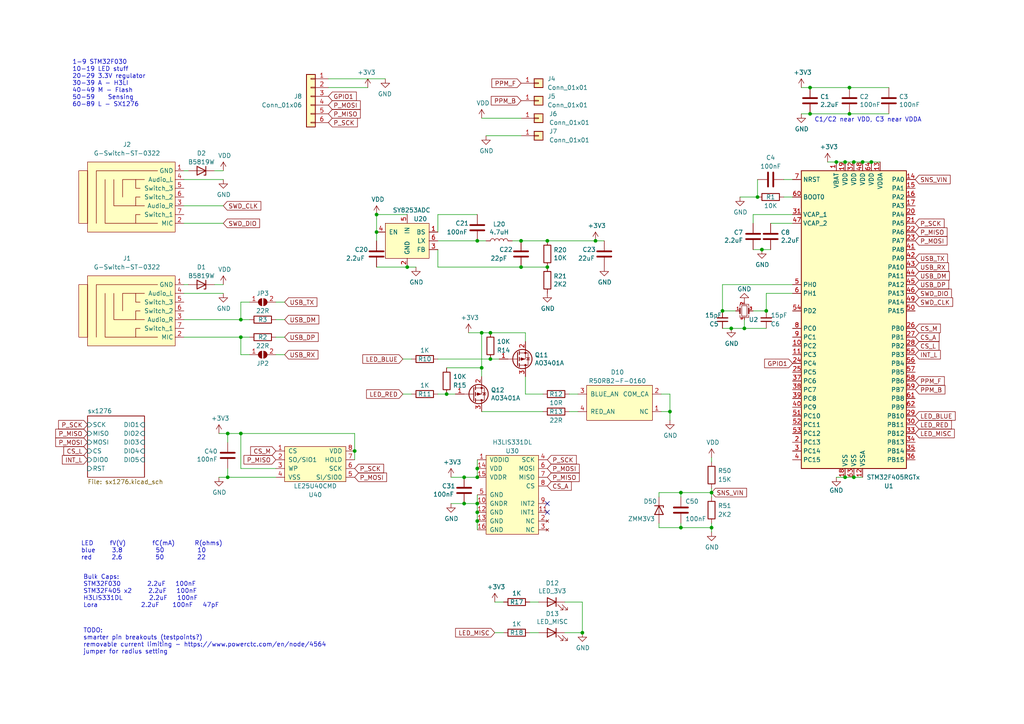
<source format=kicad_sch>
(kicad_sch (version 20211123) (generator eeschema)
  (paper "A4")
  (title_block (title "spin-tgd-control") (date "2022-05-12") (rev "V2.0.0") (company "Team Alfredo"))
  (junction (at 151.13 69.85))
  (junction (at 212.09 95.25))
  (junction (at 247.65 46.99))
  (junction (at 109.22 67.31))
  (junction (at 246.38 25.4))
  (junction (at 66.04 125.73))
  (junction (at 158.75 77.47))
  (junction (at 138.43 138.43))
  (junction (at 250.19 46.99))
  (junction (at 168.91 183.515))
  (junction (at 139.7 106.68))
  (junction (at 234.95 25.4))
  (junction (at 209.55 90.17))
  (junction (at 138.43 151.13))
  (junction (at 219.71 57.15))
  (junction (at 134.62 138.43))
  (junction (at 142.24 96.52))
  (junction (at 134.62 146.05))
  (junction (at 215.9 95.25))
  (junction (at 69.85 92.71))
  (junction (at 102.87 130.81))
  (junction (at 138.43 148.59))
  (junction (at 206.375 142.875))
  (junction (at 246.38 33.02))
  (junction (at 252.73 46.99))
  (junction (at 245.11 46.99))
  (junction (at 151.13 77.47))
  (junction (at 220.98 72.39))
  (junction (at 142.24 104.14))
  (junction (at 206.375 153.035))
  (junction (at 197.485 142.875))
  (junction (at 109.22 62.23))
  (junction (at 138.43 146.05))
  (junction (at 234.95 33.02))
  (junction (at 69.85 97.79))
  (junction (at 194.31 119.38))
  (junction (at 139.7 96.52))
  (junction (at 158.75 69.85))
  (junction (at 129.54 114.3))
  (junction (at 245.11 138.43))
  (junction (at 247.65 138.43))
  (junction (at 138.43 135.89))
  (junction (at 197.485 153.035))
  (junction (at 222.25 90.17))
  (junction (at 69.85 125.73))
  (junction (at 138.43 69.85))
  (junction (at 172.72 69.85))
  (junction (at 66.04 138.43))
  (junction (at 242.57 46.99))
  (junction (at 118.11 77.47))
  (no_connect (at 158.75 148.59))
  (no_connect (at 158.75 146.05))
  (wire (pts (xy 163.83 174.625) (xy 168.91 174.625)))
  (wire (pts (xy 197.485 151.765) (xy 197.485 153.035)))
  (wire (pts (xy 209.55 82.55) (xy 209.55 90.17)))
  (wire (pts (xy 158.75 69.85) (xy 172.72 69.85)))
  (wire (pts (xy 158.75 77.47) (xy 151.13 77.47)))
  (wire (pts (xy 109.22 62.23) (xy 118.11 62.23)))
  (wire (pts (xy 72.39 87.63) (xy 69.85 87.63)))
  (wire (pts (xy 138.43 69.85) (xy 140.97 69.85)))
  (wire (pts (xy 63.5 125.73) (xy 66.04 125.73)))
  (wire (pts (xy 234.95 33.02) (xy 232.41 33.02)))
  (wire (pts (xy 80.01 97.79) (xy 82.55 97.79)))
  (wire (pts (xy 234.95 33.02) (xy 246.38 33.02)))
  (wire (pts (xy 138.43 135.89) (xy 138.43 133.35)))
  (wire (pts (xy 142.24 104.14) (xy 144.78 104.14)))
  (wire (pts (xy 138.43 146.05) (xy 138.43 148.59)))
  (wire (pts (xy 209.55 95.25) (xy 212.09 95.25)))
  (wire (pts (xy 197.485 144.145) (xy 197.485 142.875)))
  (wire (pts (xy 194.31 114.3) (xy 194.31 119.38)))
  (wire (pts (xy 106.68 25.4) (xy 95.25 25.4)))
  (wire (pts (xy 63.5 138.43) (xy 66.04 138.43)))
  (wire (pts (xy 218.44 64.77) (xy 218.44 62.23)))
  (wire (pts (xy 138.43 138.43) (xy 138.43 135.89)))
  (wire (pts (xy 127 77.47) (xy 127 72.39)))
  (wire (pts (xy 191.135 153.035) (xy 197.485 153.035)))
  (wire (pts (xy 206.375 154.305) (xy 206.375 153.035)))
  (wire (pts (xy 157.48 114.3) (xy 152.4 114.3)))
  (wire (pts (xy 247.65 46.99) (xy 250.19 46.99)))
  (wire (pts (xy 250.19 46.99) (xy 252.73 46.99)))
  (wire (pts (xy 139.7 96.52) (xy 139.7 106.68)))
  (wire (pts (xy 146.05 174.625) (xy 143.51 174.625)))
  (wire (pts (xy 229.87 57.15) (xy 227.33 57.15)))
  (wire (pts (xy 227.33 52.07) (xy 229.87 52.07)))
  (wire (pts (xy 69.85 97.79) (xy 72.39 97.79)))
  (wire (pts (xy 142.24 96.52) (xy 139.7 96.52)))
  (wire (pts (xy 66.04 138.43) (xy 80.01 138.43)))
  (wire (pts (xy 134.62 138.43) (xy 138.43 138.43)))
  (wire (pts (xy 82.55 87.63) (xy 80.01 87.63)))
  (wire (pts (xy 246.38 25.4) (xy 257.81 25.4)))
  (wire (pts (xy 245.11 138.43) (xy 247.65 138.43)))
  (wire (pts (xy 62.23 82.55) (xy 64.77 82.55)))
  (wire (pts (xy 229.87 64.77) (xy 223.52 64.77)))
  (wire (pts (xy 214.63 57.15) (xy 219.71 57.15)))
  (wire (pts (xy 109.22 69.85) (xy 109.22 67.31)))
  (wire (pts (xy 152.4 96.52) (xy 142.24 96.52)))
  (wire (pts (xy 191.135 151.765) (xy 191.135 153.035)))
  (wire (pts (xy 127 114.3) (xy 129.54 114.3)))
  (wire (pts (xy 138.43 148.59) (xy 138.43 151.13)))
  (wire (pts (xy 240.03 46.99) (xy 242.57 46.99)))
  (wire (pts (xy 82.55 102.87) (xy 80.01 102.87)))
  (wire (pts (xy 69.85 92.71) (xy 72.39 92.71)))
  (wire (pts (xy 209.55 82.55) (xy 229.87 82.55)))
  (wire (pts (xy 168.91 174.625) (xy 168.91 183.515)))
  (wire (pts (xy 194.31 119.38) (xy 194.31 121.92)))
  (wire (pts (xy 220.98 72.39) (xy 218.44 72.39)))
  (wire (pts (xy 53.34 92.71) (xy 69.85 92.71)))
  (wire (pts (xy 69.85 125.73) (xy 66.04 125.73)))
  (wire (pts (xy 127 69.85) (xy 138.43 69.85)))
  (wire (pts (xy 53.34 85.09) (xy 64.77 85.09)))
  (wire (pts (xy 242.57 46.99) (xy 245.11 46.99)))
  (wire (pts (xy 191.135 144.145) (xy 191.135 142.875)))
  (wire (pts (xy 82.55 92.71) (xy 80.01 92.71)))
  (wire (pts (xy 111.76 22.86) (xy 95.25 22.86)))
  (wire (pts (xy 138.43 143.51) (xy 138.43 146.05)))
  (wire (pts (xy 102.87 133.35) (xy 102.87 130.81)))
  (wire (pts (xy 53.34 49.53) (xy 54.61 49.53)))
  (wire (pts (xy 191.77 114.3) (xy 194.31 114.3)))
  (wire (pts (xy 232.41 25.4) (xy 234.95 25.4)))
  (wire (pts (xy 53.34 97.79) (xy 69.85 97.79)))
  (wire (pts (xy 252.73 46.99) (xy 255.27 46.99)))
  (wire (pts (xy 116.84 104.14) (xy 119.38 104.14)))
  (wire (pts (xy 191.135 142.875) (xy 197.485 142.875)))
  (wire (pts (xy 135.89 96.52) (xy 139.7 96.52)))
  (wire (pts (xy 53.34 64.77) (xy 64.77 64.77)))
  (wire (pts (xy 245.11 46.99) (xy 247.65 46.99)))
  (wire (pts (xy 215.9 92.71) (xy 215.9 95.25)))
  (wire (pts (xy 218.44 62.23) (xy 229.87 62.23)))
  (wire (pts (xy 109.22 67.31) (xy 109.22 62.23)))
  (wire (pts (xy 53.34 52.07) (xy 64.77 52.07)))
  (wire (pts (xy 163.83 183.515) (xy 168.91 183.515)))
  (wire (pts (xy 69.85 87.63) (xy 69.85 92.71)))
  (wire (pts (xy 72.39 102.87) (xy 69.85 102.87)))
  (wire (pts (xy 69.85 125.73) (xy 102.87 125.73)))
  (wire (pts (xy 118.11 77.47) (xy 120.65 77.47)))
  (wire (pts (xy 66.04 138.43) (xy 66.04 135.89)))
  (wire (pts (xy 167.64 119.38) (xy 165.1 119.38)))
  (wire (pts (xy 152.4 114.3) (xy 152.4 109.22)))
  (wire (pts (xy 139.7 119.38) (xy 157.48 119.38)))
  (wire (pts (xy 140.97 39.37) (xy 151.13 39.37)))
  (wire (pts (xy 53.34 59.69) (xy 64.77 59.69)))
  (wire (pts (xy 247.65 138.43) (xy 250.19 138.43)))
  (wire (pts (xy 127 104.14) (xy 142.24 104.14)))
  (wire (pts (xy 62.23 49.53) (xy 64.77 49.53)))
  (wire (pts (xy 148.59 69.85) (xy 151.13 69.85)))
  (wire (pts (xy 219.71 57.15) (xy 219.71 52.07)))
  (wire (pts (xy 139.7 34.29) (xy 151.13 34.29)))
  (wire (pts (xy 129.54 106.68) (xy 139.7 106.68)))
  (wire (pts (xy 151.13 69.85) (xy 158.75 69.85)))
  (wire (pts (xy 138.43 151.13) (xy 138.43 153.67)))
  (wire (pts (xy 69.85 135.89) (xy 69.85 125.73)))
  (wire (pts (xy 206.375 144.145) (xy 206.375 142.875)))
  (wire (pts (xy 53.34 82.55) (xy 54.61 82.55)))
  (wire (pts (xy 139.7 106.68) (xy 139.7 109.22)))
  (wire (pts (xy 197.485 142.875) (xy 206.375 142.875)))
  (wire (pts (xy 222.25 90.17) (xy 222.25 85.09)))
  (wire (pts (xy 80.01 135.89) (xy 69.85 135.89)))
  (wire (pts (xy 222.25 85.09) (xy 229.87 85.09)))
  (wire (pts (xy 152.4 96.52) (xy 152.4 99.06)))
  (wire (pts (xy 245.11 138.43) (xy 242.57 138.43)))
  (wire (pts (xy 197.485 153.035) (xy 206.375 153.035)))
  (wire (pts (xy 156.21 174.625) (xy 153.67 174.625)))
  (wire (pts (xy 165.1 114.3) (xy 167.64 114.3)))
  (wire (pts (xy 130.81 138.43) (xy 134.62 138.43)))
  (wire (pts (xy 172.72 69.85) (xy 175.26 69.85)))
  (wire (pts (xy 218.44 90.17) (xy 222.25 90.17)))
  (wire (pts (xy 66.04 125.73) (xy 66.04 128.27)))
  (wire (pts (xy 129.54 114.3) (xy 132.08 114.3)))
  (wire (pts (xy 206.375 132.715) (xy 206.375 133.985)))
  (wire (pts (xy 119.38 114.3) (xy 116.84 114.3)))
  (wire (pts (xy 109.22 77.47) (xy 118.11 77.47)))
  (wire (pts (xy 127 67.31) (xy 127 62.23)))
  (wire (pts (xy 127 62.23) (xy 138.43 62.23)))
  (wire (pts (xy 209.55 90.17) (xy 213.36 90.17)))
  (wire (pts (xy 69.85 102.87) (xy 69.85 97.79)))
  (wire (pts (xy 146.05 183.515) (xy 143.51 183.515)))
  (wire (pts (xy 206.375 153.035) (xy 206.375 151.765)))
  (wire (pts (xy 134.62 146.05) (xy 138.43 146.05)))
  (wire (pts (xy 223.52 72.39) (xy 220.98 72.39)))
  (wire (pts (xy 151.13 77.47) (xy 127 77.47)))
  (wire (pts (xy 212.09 95.25) (xy 215.9 95.25)))
  (wire (pts (xy 246.38 33.02) (xy 257.81 33.02)))
  (wire (pts (xy 234.95 25.4) (xy 246.38 25.4)))
  (wire (pts (xy 206.375 142.875) (xy 206.375 141.605)))
  (wire (pts (xy 156.21 183.515) (xy 153.67 183.515)))
  (wire (pts (xy 215.9 95.25) (xy 222.25 95.25)))
  (wire (pts (xy 191.77 119.38) (xy 194.31 119.38)))
  (wire (pts (xy 102.87 130.81) (xy 102.87 125.73)))
  (wire (pts (xy 130.81 146.05) (xy 134.62 146.05)))
  (text "LED     fV(V)        fC(mA)      R(ohms)\nblue     3.8          50          10\nred      2.6          50          22" (at 23.495 162.56 0) (effects (font (size 1.27 1.27)) (justify left bottom)))
  (text "C1/C2 near VDD, C3 near VDDA" (at 236.22 35.56 0) (effects (font (size 1.27 1.27)) (justify left bottom)))
  (text "Bulk Caps:\nSTM32F030        2.2uF   100nF\nSTM32F405 x2     2.2uF   100nF\nH3LIS331DL        2.2uF   100nF\nLora             2.2uF    100nF   47pF\n\n" (at 24.13 178.435 0) (effects (font (size 1.27 1.27)) (justify left bottom)))
  (text "TODO:\nsmarter pin breakouts (testpoints?)\nremovable current limiting - https://www.powerctc.com/en/node/4564\njumper for radius setting\n" (at 24.13 189.865 0) (effects (font (size 1.27 1.27)) (justify left bottom)))
  (text "1-9 STM32F030\n10-19 LED stuff\n20-29 3.3V regulator\n30-39 A - H3LI\n40-49 M - Flash\n50-59    Sensing\n60-89 L - SX1276" (at 20.955 31.115 0) (effects (font (size 1.27 1.27)) (justify left bottom)))
  (global_label "P_MISO" (shape input) (at 265.43 67.31 0) (property "Intersheet References" "${INTERSHEET_REFS}" (effects hide)))
  (global_label "P_SCK" (shape input) (at 95.25 35.56 0) (property "Intersheet References" "${INTERSHEET_REFS}" (effects hide)))
  (global_label "PPM_B" (shape input) (at 265.43 113.03 0) (property "Intersheet References" "${INTERSHEET_REFS}" (effects hide)))
  (global_label "LED_BLUE" (shape input) (at 265.43 120.65 0) (property "Intersheet References" "${INTERSHEET_REFS}" (effects hide)))
  (global_label "GPIO1" (shape input) (at 95.25 27.94 0) (property "Intersheet References" "${INTERSHEET_REFS}" (effects hide)))
  (global_label "LED_RED" (shape input) (at 116.84 114.3 180) (property "Intersheet References" "${INTERSHEET_REFS}" (effects hide)))
  (global_label "SWD_DIO" (shape input) (at 64.77 64.77 0) (property "Intersheet References" "${INTERSHEET_REFS}" (effects hide)))
  (global_label "P_SCK" (shape input) (at 102.87 135.89 0) (property "Intersheet References" "${INTERSHEET_REFS}" (effects hide)))
  (global_label "P_MOSI" (shape input) (at 265.43 69.85 0) (property "Intersheet References" "${INTERSHEET_REFS}" (effects hide)))
  (global_label "LED_MISC" (shape input) (at 265.43 125.73 0) (property "Intersheet References" "${INTERSHEET_REFS}" (effects hide)))
  (global_label "USB_DM" (shape input) (at 265.43 80.01 0) (property "Intersheet References" "${INTERSHEET_REFS}" (effects hide)))
  (global_label "LED_RED" (shape input) (at 265.43 123.19 0) (property "Intersheet References" "${INTERSHEET_REFS}" (effects hide)))
  (global_label "P_MOSI" (shape input) (at 102.87 138.43 0) (property "Intersheet References" "${INTERSHEET_REFS}" (effects hide)))
  (global_label "P_SCK" (shape input) (at 265.43 64.77 0) (property "Intersheet References" "${INTERSHEET_REFS}" (effects hide)))
  (global_label "LED_BLUE" (shape input) (at 116.84 104.14 180) (property "Intersheet References" "${INTERSHEET_REFS}" (effects hide)))
  (global_label "PPM_B" (shape input) (at 151.13 29.21 180) (property "Intersheet References" "${INTERSHEET_REFS}" (effects hide)))
  (global_label "P_MISO" (shape input) (at 25.4 125.73 180) (property "Intersheet References" "${INTERSHEET_REFS}" (effects hide)))
  (global_label "USB_DP" (shape input) (at 82.55 97.79 0) (property "Intersheet References" "${INTERSHEET_REFS}" (effects hide)))
  (global_label "LED_MISC" (shape input) (at 143.51 183.515 180) (property "Intersheet References" "${INTERSHEET_REFS}" (effects hide)))
  (global_label "P_SCK" (shape input) (at 25.4 123.19 180) (property "Intersheet References" "${INTERSHEET_REFS}" (effects hide)))
  (global_label "P_MOSI" (shape input) (at 95.25 30.48 0) (property "Intersheet References" "${INTERSHEET_REFS}" (effects hide)))
  (global_label "CS_M" (shape input) (at 265.43 95.25 0) (property "Intersheet References" "${INTERSHEET_REFS}" (effects hide)))
  (global_label "CS_M" (shape input) (at 80.01 130.81 180) (property "Intersheet References" "${INTERSHEET_REFS}" (effects hide)))
  (global_label "P_SCK" (shape input) (at 158.75 133.35 0) (property "Intersheet References" "${INTERSHEET_REFS}" (effects hide)))
  (global_label "INT_L" (shape input) (at 25.4 133.35 180) (property "Intersheet References" "${INTERSHEET_REFS}" (effects hide)))
  (global_label "CS_L" (shape input) (at 265.43 100.33 0) (property "Intersheet References" "${INTERSHEET_REFS}" (effects hide)))
  (global_label "SWD_CLK" (shape input) (at 64.77 59.69 0) (property "Intersheet References" "${INTERSHEET_REFS}" (effects hide)))
  (global_label "P_MOSI" (shape input) (at 158.75 135.89 0) (property "Intersheet References" "${INTERSHEET_REFS}" (effects hide)))
  (global_label "P_MISO" (shape input) (at 95.25 33.02 0) (property "Intersheet References" "${INTERSHEET_REFS}" (effects hide)))
  (global_label "P_MISO" (shape input) (at 80.01 133.35 180) (property "Intersheet References" "${INTERSHEET_REFS}" (effects hide)))
  (global_label "CS_L" (shape input) (at 25.4 130.81 180) (property "Intersheet References" "${INTERSHEET_REFS}" (effects hide)))
  (global_label "INT_L" (shape input) (at 265.43 102.87 0) (property "Intersheet References" "${INTERSHEET_REFS}" (effects hide)))
  (global_label "SWD_CLK" (shape input) (at 265.43 87.63 0) (property "Intersheet References" "${INTERSHEET_REFS}" (effects hide)))
  (global_label "USB_TX" (shape input) (at 82.55 87.63 0) (property "Intersheet References" "${INTERSHEET_REFS}" (effects hide)))
  (global_label "USB_TX" (shape input) (at 265.43 74.93 0) (property "Intersheet References" "${INTERSHEET_REFS}" (effects hide)))
  (global_label "CS_A" (shape input) (at 265.43 97.79 0) (property "Intersheet References" "${INTERSHEET_REFS}" (effects hide)))
  (global_label "USB_RX" (shape input) (at 82.55 102.87 0) (property "Intersheet References" "${INTERSHEET_REFS}" (effects hide)))
  (global_label "PPM_F" (shape input) (at 151.13 24.13 180) (property "Intersheet References" "${INTERSHEET_REFS}" (effects hide)))
  (global_label "SNS_VIN" (shape input) (at 206.375 142.875 0) (property "Intersheet References" "${INTERSHEET_REFS}" (effects hide)))
  (global_label "P_MISO" (shape input) (at 158.75 138.43 0) (property "Intersheet References" "${INTERSHEET_REFS}" (effects hide)))
  (global_label "SWD_DIO" (shape input) (at 265.43 85.09 0) (property "Intersheet References" "${INTERSHEET_REFS}" (effects hide)))
  (global_label "USB_RX" (shape input) (at 265.43 77.47 0) (property "Intersheet References" "${INTERSHEET_REFS}" (effects hide)))
  (global_label "GPIO1" (shape input) (at 229.87 105.41 180) (property "Intersheet References" "${INTERSHEET_REFS}" (effects hide)))
  (global_label "PPM_F" (shape input) (at 265.43 110.49 0) (property "Intersheet References" "${INTERSHEET_REFS}" (effects hide)))
  (global_label "P_MOSI" (shape input) (at 25.4 128.27 180) (property "Intersheet References" "${INTERSHEET_REFS}" (effects hide)))
  (global_label "CS_A" (shape input) (at 158.75 140.97 0) (property "Intersheet References" "${INTERSHEET_REFS}" (effects hide)))
  (global_label "USB_DP" (shape input) (at 265.43 82.55 0) (property "Intersheet References" "${INTERSHEET_REFS}" (effects hide)))
  (global_label "SNS_VIN" (shape input) (at 265.43 52.07 0) (property "Intersheet References" "${INTERSHEET_REFS}" (effects hide)))
  (global_label "USB_DM" (shape input) (at 82.55 92.71 0) (property "Intersheet References" "${INTERSHEET_REFS}" (effects hide)))
  (symbol (lib_id "TGD:H3LIS331DL") (at 148.59 143.51 0) (unit 1)
    (property "Reference" "U30" (at 148.59 130.81 0))
    (property "Value" "H3LIS331DL" (at 148.59 128.27 0))
    (property "Footprint" "lib_fp:TGD-TFLGA-16_3x3mm" (effects hide))
  )
  (symbol (lib_id "Device:C") (at 134.62 142.24 0) (mirror y) (unit 1)
    (property "Reference" "C31" (at 132.08 140.97 0) (effects (justify left)))
    (property "Value" "100nF" (at 131.699 143.383 0) (effects (justify left)))
    (property "Footprint" "Capacitor_SMD:C_0603_1608Metric" (effects hide))
    (property "Datasheet" "https://lcsc.com/product-detail/Multilayer-Ceramic-Capacitors-MLCC-SMD-SMT_YAGEO-CC0603KRX7R9BB104_C14663.html" (effects hide))
    (property "LCSC" "C14663" (effects hide))
  )
  (symbol (lib_id "Device:C") (at 234.95 29.21 0) (unit 1)
    (property "Reference" "C1" (at 237.871 28.0416 0) (effects (justify left)))
    (property "Value" "2.2uF" (at 237.871 30.353 0) (effects (justify left)))
    (property "Footprint" "Capacitor_SMD:C_0603_1608Metric" (effects hide))
    (property "Datasheet" "https://lcsc.com/product-detail/Multilayer-Ceramic-Capacitors-MLCC-SMD-SMT_Samsung-Electro-Mechanics-CL10A225KO8NNNC_C23630.html" (effects hide))
    (property "LCSC" "C23630	" (effects hide))
  )
  (symbol (lib_id "Device:R") (at 223.52 57.15 90) (mirror x) (unit 1)
    (property "Reference" "R1" (at 223.52 57.15 90))
    (property "Value" "10K" (at 223.52 59.69 90))
    (property "Footprint" "Resistor_SMD:R_0603_1608Metric_Pad0.98x0.95mm_HandSolder" (effects hide))
    (property "Datasheet" "https://lcsc.com/product-detail/Chip-Resistor-Surface-Mount_UNI-ROYAL-Uniroyal-Elec-0603WAF1002T5E_C25804.html" (effects hide))
    (property "LCSC" "C25804" (effects hide))
  )
  (symbol (lib_id "Device:C") (at 223.52 52.07 90) (unit 1)
    (property "Reference" "C4" (at 223.52 45.72 90))
    (property "Value" "100nF" (at 223.52 48.26 90))
    (property "Footprint" "Capacitor_SMD:C_0603_1608Metric" (effects hide))
    (property "Datasheet" "https://lcsc.com/product-detail/Multilayer-Ceramic-Capacitors-MLCC-SMD-SMT_YAGEO-CC0603KRX7R9BB104_C14663.html" (effects hide))
    (property "LCSC" "C14663" (effects hide))
  )
  (symbol (lib_id "power:GND") (at 214.63 57.15 0) (unit 1)
    (property "Reference" "#PWR0101" (effects hide))
    (property "Value" "GND" (at 214.757 61.5442 0))
  )
  (symbol (lib_id "power:+3V3") (at 240.03 46.99 0) (unit 1)
    (property "Reference" "#PWR0102" (effects hide))
    (property "Value" "+3V3" (at 240.411 42.5958 0))
  )
  (symbol (lib_id "power:GND") (at 242.57 138.43 0) (unit 1)
    (property "Reference" "#PWR0118" (effects hide))
    (property "Value" "GND" (at 242.57 142.24 0))
  )
  (symbol (lib_id "Device:C") (at 246.38 29.21 0) (unit 1)
    (property "Reference" "C2" (at 249.301 28.0416 0) (effects (justify left)))
    (property "Value" "100nF" (at 249.301 30.353 0) (effects (justify left)))
    (property "Footprint" "Capacitor_SMD:C_0603_1608Metric" (effects hide))
    (property "Datasheet" "https://lcsc.com/product-detail/Multilayer-Ceramic-Capacitors-MLCC-SMD-SMT_YAGEO-CC0603KRX7R9BB104_C14663.html" (effects hide))
    (property "LCSC" "C14663" (effects hide))
  )
  (symbol (lib_id "Device:C") (at 257.81 29.21 0) (mirror y) (unit 1)
    (property "Reference" "C3" (at 260.731 28.0416 0) (effects (justify right)))
    (property "Value" "100nF" (at 260.731 30.353 0) (effects (justify right)))
    (property "Footprint" "Capacitor_SMD:C_0603_1608Metric" (effects hide))
    (property "Datasheet" "https://lcsc.com/product-detail/Multilayer-Ceramic-Capacitors-MLCC-SMD-SMT_YAGEO-CC0603KRX7R9BB104_C14663.html" (effects hide))
    (property "LCSC" "C14663" (effects hide))
  )
  (symbol (lib_id "power:+3V3") (at 232.41 25.4 0) (unit 1)
    (property "Reference" "#PWR0103" (effects hide))
    (property "Value" "+3V3" (at 232.791 21.0058 0))
  )
  (symbol (lib_id "Device:Crystal_GND24_Small") (at 215.9 90.17 0) (mirror x) (unit 1)
    (property "Reference" "U2" (at 217.17 92.71 0) (effects (justify left)))
    (property "Value" "Crystal_GND24" (effects hide))
    (property "Footprint" "Crystal:Crystal_SMD_5032-4Pin_5.0x3.2mm" (effects hide))
    (property "Datasheet" "https://lcsc.com/product-detail/SMD-Crystal-Resonators_Abracon-LLC-ABM3B-8-000MHZ-10-1-U-T_C276420.html" (effects hide))
    (property "LCSC" "C276420" (effects hide))
  )
  (symbol (lib_id "Device:C_Small") (at 209.55 92.71 0) (mirror x) (unit 1)
    (property "Reference" "C5" (at 205.74 93.98 0) (effects (justify left)))
    (property "Value" "15pF" (at 204.47 91.44 0) (effects (justify left)))
    (property "Footprint" "Capacitor_SMD:C_0603_1608Metric" (effects hide))
    (property "Datasheet" "https://lcsc.com/product-detail/Multilayer-Ceramic-Capacitors-MLCC-SMD-SMT_Samsung-Electro-Mechanics-CL10C150JB8NNNC_C1644.html" (effects hide))
    (property "LCSC" "C1644" (effects hide))
  )
  (symbol (lib_id "Device:C_Small") (at 222.25 92.71 180) (unit 1)
    (property "Reference" "C6" (at 223.52 93.98 0) (effects (justify right)))
    (property "Value" "15pF" (at 223.52 91.44 0) (effects (justify right)))
    (property "Footprint" "Capacitor_SMD:C_0603_1608Metric" (effects hide))
    (property "Datasheet" "https://lcsc.com/product-detail/Multilayer-Ceramic-Capacitors-MLCC-SMD-SMT_Samsung-Electro-Mechanics-CL10C150JB8NNNC_C1644.html" (effects hide))
    (property "LCSC" "C1644" (effects hide))
  )
  (symbol (lib_id "power:GND") (at 215.9 87.63 0) (mirror x) (unit 1)
    (property "Reference" "#PWR0104" (effects hide))
    (property "Value" "GND" (at 215.9 83.82 0))
  )
  (symbol (lib_id "Transistor_FET:AO3401A") (at 149.86 104.14 0) (mirror x) (unit 1)
    (property "Reference" "Q11" (at 155.067 102.9716 0) (effects (justify left)))
    (property "Value" "AO3401A" (at 155.067 105.283 0) (effects (justify left)))
    (property "Footprint" "Package_TO_SOT_SMD:SOT-23" (effects hide))
    (property "Datasheet" "http://www.aosmd.com/pdfs/datasheet/AO3401A.pdf" (effects hide))
    (property "LCSC" "C15127" (effects hide))
  )
  (symbol (lib_id "Transistor_FET:AO3401A") (at 137.16 114.3 0) (mirror x) (unit 1)
    (property "Reference" "Q12" (at 142.367 113.1316 0) (effects (justify left)))
    (property "Value" "AO3401A" (at 142.367 115.443 0) (effects (justify left)))
    (property "Footprint" "Package_TO_SOT_SMD:SOT-23" (effects hide))
    (property "Datasheet" "http://www.aosmd.com/pdfs/datasheet/AO3401A.pdf" (effects hide))
    (property "LCSC" "C15127" (effects hide))
  )
  (symbol (lib_id "power:GND") (at 212.09 95.25 0) (unit 1)
    (property "Reference" "#PWR0105" (effects hide))
    (property "Value" "GND" (at 212.217 99.6442 0))
  )
  (symbol (lib_id "Device:R") (at 123.19 104.14 90) (unit 1)
    (property "Reference" "R10" (at 123.19 104.14 90))
    (property "Value" "1K" (at 123.19 101.6 90))
    (property "Footprint" "Resistor_SMD:R_0603_1608Metric_Pad0.98x0.95mm_HandSolder" (effects hide))
    (property "Datasheet" "https://lcsc.com/product-detail/Chip-Resistor-Surface-Mount_UNI-ROYAL-Uniroyal-Elec-0603WAF1001T5E_C21190.html" (effects hide))
    (property "LCSC" "C21190" (effects hide))
  )
  (symbol (lib_id "Device:R") (at 123.19 114.3 90) (unit 1)
    (property "Reference" "R11" (at 123.19 114.3 90))
    (property "Value" "1K" (at 123.19 111.76 90))
    (property "Footprint" "Resistor_SMD:R_0603_1608Metric_Pad0.98x0.95mm_HandSolder" (effects hide))
    (property "Datasheet" "https://lcsc.com/product-detail/Chip-Resistor-Surface-Mount_UNI-ROYAL-Uniroyal-Elec-0603WAF1001T5E_C21190.html" (effects hide))
    (property "LCSC" "C21190" (effects hide))
  )
  (symbol (lib_id "Device:R") (at 161.29 114.3 90) (mirror x) (unit 1)
    (property "Reference" "R12" (at 161.29 114.3 90))
    (property "Value" "10R" (at 161.29 116.84 90))
    (property "Footprint" "Resistor_SMD:R_0603_1608Metric_Pad0.98x0.95mm_HandSolder" (effects hide))
    (property "Datasheet" "https://lcsc.com/product-detail/Chip-Resistor---Surface-Mount_UNI-ROYALUniroyal-Elec-0603WAF100JT5E_C22859.html" (effects hide))
    (property "LCSC" "C22859" (effects hide))
  )
  (symbol (lib_id "power:+3V3") (at 130.81 138.43 0) (unit 1)
    (property "Reference" "#PWR0106" (effects hide))
    (property "Value" "+3V3" (at 131.191 134.0358 0))
  )
  (symbol (lib_id "power:GND") (at 130.81 146.05 0) (unit 1)
    (property "Reference" "#PWR0107" (effects hide))
    (property "Value" "GND" (at 130.937 150.4442 0))
  )
  (symbol (lib_id "Device:R") (at 161.29 119.38 90) (mirror x) (unit 1)
    (property "Reference" "R13" (at 161.29 119.38 90))
    (property "Value" "22R" (at 161.29 121.92 90))
    (property "Footprint" "Resistor_SMD:R_0603_1608Metric_Pad0.98x0.95mm_HandSolder" (effects hide))
    (property "Datasheet" "https://lcsc.com/product-detail/Chip-Resistor---Surface-Mount_UNI-ROYALUniroyal-Elec-0603WAF220JT5E_C23345.html" (effects hide))
    (property "LCSC" "C23345" (effects hide))
  )
  (symbol (lib_id "TGD:SY8253ADC") (at 118.11 69.85 0) (unit 1)
    (property "Reference" "U20" (at 121.92 63.5 0))
    (property "Value" "SY8253ADC" (at 119.38 60.96 0))
    (property "Footprint" "Package_TO_SOT_SMD:TSOT-23-6" (effects hide))
    (property "Datasheet" "https://lcsc.com/product-detail/DC-DC-Converters_Silergy-Corp-SY8253ADC_C93736.html" (effects hide))
    (property "LCSC" "C93736" (effects hide))
  )
  (symbol (lib_id "Device:C") (at 109.22 73.66 0) (mirror y) (unit 1)
    (property "Reference" "C20" (at 102.87 72.39 0) (effects (justify right)))
    (property "Value" "2.2uF" (at 100.33 74.93 0) (effects (justify right)))
    (property "Footprint" "Capacitor_SMD:C_0603_1608Metric" (effects hide))
    (property "Datasheet" "https://lcsc.com/product-detail/Multilayer-Ceramic-Capacitors-MLCC-SMD-SMT_Samsung-Electro-Mechanics-CL10A225KO8NNNC_C23630.html" (effects hide))
    (property "LCSC" "C23630	" (effects hide))
  )
  (symbol (lib_id "power:GND") (at 120.65 77.47 0) (unit 1)
    (property "Reference" "#PWR0108" (effects hide))
    (property "Value" "GND" (at 120.777 81.8642 0))
  )
  (symbol (lib_id "Device:L") (at 144.78 69.85 90) (unit 1)
    (property "Reference" "L20" (at 144.78 65.024 90))
    (property "Value" "4.7uH" (at 144.78 67.3354 90))
    (property "Footprint" "Inductor_SMD:L_1210_3225Metric" (effects hide))
    (property "Datasheet" "https://lcsc.com/product-detail/Power-Inductors_Murata-Electronics-LQH32CN4R7M23L_C86070.html" (effects hide))
    (property "LCSC" "C86070" (effects hide))
  )
  (symbol (lib_id "Device:C") (at 138.43 66.04 0) (mirror y) (unit 1)
    (property "Reference" "C21" (at 132.08 64.77 0) (effects (justify right)))
    (property "Value" "100nF" (at 129.54 67.31 0) (effects (justify right)))
    (property "Footprint" "Capacitor_SMD:C_0603_1608Metric" (effects hide))
    (property "Datasheet" "https://lcsc.com/product-detail/Multilayer-Ceramic-Capacitors-MLCC-SMD-SMT_YAGEO-CC0603KRX7R9BB104_C14663.html" (effects hide))
    (property "LCSC" "C14663" (effects hide))
  )
  (symbol (lib_id "Device:C") (at 151.13 73.66 0) (mirror y) (unit 1)
    (property "Reference" "C22" (at 144.78 72.39 0) (effects (justify right)))
    (property "Value" "22pF" (at 142.24 74.93 0) (effects (justify right)))
    (property "Footprint" "Capacitor_SMD:C_0603_1608Metric" (effects hide))
    (property "Datasheet" "https://lcsc.com/product-detail/Multilayer-Ceramic-Capacitors-MLCC-SMD-SMT_Samsung-Electro-Mechanics-CL10C220JB8NNNC_C1653.html" (effects hide))
    (property "LCSC" "C1653" (effects hide))
  )
  (symbol (lib_id "Device:R") (at 158.75 73.66 0) (unit 1)
    (property "Reference" "R20" (at 160.528 72.4916 0) (effects (justify left)))
    (property "Value" "10K" (at 160.528 74.803 0) (effects (justify left)))
    (property "Footprint" "Resistor_SMD:R_0603_1608Metric_Pad0.98x0.95mm_HandSolder" (effects hide))
    (property "Datasheet" "https://lcsc.com/product-detail/Chip-Resistor-Surface-Mount_UNI-ROYAL-Uniroyal-Elec-0603WAF1002T5E_C25804.html" (effects hide))
    (property "LCSC" "C25804" (effects hide))
  )
  (symbol (lib_id "power:GND") (at 194.31 121.92 0) (unit 1)
    (property "Reference" "#PWR0116" (effects hide))
    (property "Value" "GND" (at 194.437 126.3142 0))
  )
  (symbol (lib_id "power:+3V3") (at 135.89 96.52 0) (unit 1)
    (property "Reference" "#PWR0117" (effects hide))
    (property "Value" "+3V3" (at 136.271 92.1258 0))
  )
  (symbol (lib_id "power:GND") (at 158.75 85.09 0) (unit 1)
    (property "Reference" "#PWR0109" (effects hide))
    (property "Value" "GND" (at 158.877 89.4842 0))
  )
  (symbol (lib_id "Device:R") (at 158.75 81.28 0) (unit 1)
    (property "Reference" "R21" (at 160.528 80.1116 0) (effects (justify left)))
    (property "Value" "2K2" (at 160.528 82.423 0) (effects (justify left)))
    (property "Footprint" "Resistor_SMD:R_0603_1608Metric_Pad0.98x0.95mm_HandSolder" (effects hide))
    (property "Datasheet" "https://lcsc.com/product-detail/Chip-Resistor-Surface-Mount_UNI-ROYAL-Uniroyal-Elec-0603WAF2201T5E_C4190.html" (effects hide))
    (property "LCSC" "C4190" (effects hide))
  )
  (symbol (lib_id "Device:C") (at 175.26 73.66 0) (mirror y) (unit 1)
    (property "Reference" "C23" (at 168.91 72.39 0) (effects (justify right)))
    (property "Value" "22uF" (at 167.64 74.93 0) (effects (justify right)))
    (property "Footprint" "Capacitor_SMD:C_0603_1608Metric" (effects hide))
    (property "Datasheet" "https://lcsc.com/product-detail/Multilayer-Ceramic-Capacitors-MLCC-SMD-SMT_Samsung-Electro-Mechanics-CL10A226MQ8NRNC_C59461.html" (effects hide))
    (property "LCSC" "C59461	" (effects hide))
  )
  (symbol (lib_id "power:GND") (at 175.26 77.47 0) (unit 1)
    (property "Reference" "#PWR0110" (effects hide))
    (property "Value" "GND" (at 175.387 81.8642 0))
  )
  (symbol (lib_id "power:+3V3") (at 172.72 69.85 0) (unit 1)
    (property "Reference" "#PWR0111" (effects hide))
    (property "Value" "+3V3" (at 173.101 65.4558 0))
  )
  (symbol (lib_id "power:VDD") (at 109.22 62.23 0) (unit 1)
    (property "Reference" "#PWR0112" (effects hide))
    (property "Value" "VDD" (at 109.601 57.8358 0))
  )
  (symbol (lib_id "power:VDD") (at 206.375 132.715 0) (unit 1)
    (property "Reference" "#PWR0121" (effects hide))
    (property "Value" "VDD" (at 206.756 128.3208 0))
  )
  (symbol (lib_id "power:GND") (at 206.375 154.305 0) (unit 1)
    (property "Reference" "#PWR0122" (effects hide))
    (property "Value" "GND" (at 206.502 158.6992 0))
  )
  (symbol (lib_id "Device:R") (at 206.375 137.795 0) (mirror y) (unit 1)
    (property "Reference" "R50" (at 210.185 136.525 0))
    (property "Value" "15K" (at 210.185 139.065 0))
    (property "Footprint" "Resistor_SMD:R_0603_1608Metric_Pad0.98x0.95mm_HandSolder" (effects hide))
    (property "Datasheet" "https://lcsc.com/product-detail/Chip-Resistor-Surface-Mount_UNI-ROYAL-Uniroyal-Elec-0603WAF1502T5E_C22809.html" (effects hide))
    (property "LCSC" "C22809" (effects hide))
  )
  (symbol (lib_id "Device:R") (at 206.375 147.955 0) (mirror y) (unit 1)
    (property "Reference" "R51" (at 210.185 146.685 0))
    (property "Value" "2K2" (at 210.185 149.225 0))
    (property "Footprint" "Resistor_SMD:R_0603_1608Metric_Pad0.98x0.95mm_HandSolder" (effects hide))
    (property "Datasheet" "https://lcsc.com/product-detail/Chip-Resistor-Surface-Mount_UNI-ROYAL-Uniroyal-Elec-0603WAF2201T5E_C4190.html" (effects hide))
    (property "LCSC" "C4190" (effects hide))
  )
  (symbol (lib_id "Device:C") (at 197.485 147.955 0) (mirror y) (unit 1)
    (property "Reference" "C50" (at 198.755 145.415 0) (effects (justify right)))
    (property "Value" "100nF" (at 198.755 150.495 0) (effects (justify right)))
    (property "Footprint" "Capacitor_SMD:C_0603_1608Metric" (effects hide))
    (property "Datasheet" "https://lcsc.com/product-detail/Multilayer-Ceramic-Capacitors-MLCC-SMD-SMT_YAGEO-CC0603KRX7R9BB104_C14663.html" (effects hide))
    (property "LCSC" "C14663" (effects hide))
  )
  (symbol (lib_id "TGD:R50RB2-F-0160") (at 180.34 116.84 180) (unit 1)
    (property "Reference" "D10" (at 179.07 107.95 0))
    (property "Value" "R50RB2-F-0160" (at 179.07 110.49 0))
    (property "Footprint" "lib_fp:R50RB2-F-0160" (effects hide))
    (property "Datasheet" "https://www.bivar.com/parts_content/Datasheets/R50RB2-F-0160.pdf" (effects hide))
  )
  (symbol (lib_id "TGD:LE25U40CMD") (at 91.44 134.62 0) (unit 1)
    (property "Reference" "U40" (at 91.44 143.51 0))
    (property "Value" "LE25U40CMD" (at 91.44 140.97 0))
    (property "Footprint" "Package_SO:SOIC-8_3.9x4.9mm_P1.27mm" (effects hide))
    (property "Datasheet" "https://lcsc.com/product-detail/NOR-FLASH_ON-Semiconductor-LE25U40CMDTWG_C146750.html" (effects hide))
    (property "LCSC" "C146750" (effects hide))
  )
  (symbol (lib_id "power:+3V3") (at 63.5 125.73 0) (unit 1)
    (property "Reference" "#PWR0120" (effects hide))
    (property "Value" "+3V3" (at 63.881 121.3358 0))
  )
  (symbol (lib_id "power:GND") (at 63.5 138.43 0) (unit 1)
    (property "Reference" "#PWR0119" (effects hide))
    (property "Value" "GND" (at 63.627 142.8242 0))
  )
  (symbol (lib_id "Device:C") (at 66.04 132.08 0) (unit 1)
    (property "Reference" "C40" (at 63.119 130.9116 0) (effects (justify right)))
    (property "Value" "100nF" (at 63.119 133.223 0) (effects (justify right)))
    (property "Footprint" "Capacitor_SMD:C_0603_1608Metric" (effects hide))
    (property "Datasheet" "https://lcsc.com/product-detail/Multilayer-Ceramic-Capacitors-MLCC-SMD-SMT_YAGEO-CC0603KRX7R9BB104_C14663.html" (effects hide))
    (property "LCSC" "C14663" (effects hide))
  )
  (symbol (lib_id "power:GND") (at 111.76 22.86 0) (mirror y) (unit 1)
    (property "Reference" "#PWR0152" (effects hide))
    (property "Value" "GND" (at 111.633 27.2542 0))
  )
  (symbol (lib_id "power:+3V3") (at 106.68 25.4 0) (mirror y) (unit 1)
    (property "Reference" "#PWR0153" (effects hide))
    (property "Value" "+3V3" (at 106.299 21.0058 0))
  )
  (symbol (lib_id "MCU_ST_STM32F4:STM32F405RGTx") (at 247.65 92.71 0) (unit 1)
    (property "Reference" "U1" (at 257.81 140.97 0))
    (property "Value" "STM32F405RGTx" (at 259.08 138.43 0))
    (property "Footprint" "Package_QFP:LQFP-64_10x10mm_P0.5mm" (effects hide))
    (property "Datasheet" "http://www.st.com/st-web-ui/static/active/en/resource/technical/document/datasheet/DM00037051.pdf" (effects hide))
    (property "LCSC" "C15742" (effects hide))
  )
  (symbol (lib_id "power:GND") (at 232.41 33.02 0) (unit 1)
    (property "Reference" "#PWR0113" (effects hide))
    (property "Value" "GND" (at 232.537 37.4142 0))
  )
  (symbol (lib_id "Device:C") (at 218.44 68.58 0) (mirror y) (unit 1)
    (property "Reference" "C7" (at 215.519 67.4116 0) (effects (justify left)))
    (property "Value" "2.2uF" (at 215.519 69.723 0) (effects (justify left)))
    (property "Footprint" "Capacitor_SMD:C_0603_1608Metric" (effects hide))
    (property "Datasheet" "https://lcsc.com/product-detail/Multilayer-Ceramic-Capacitors-MLCC-SMD-SMT_Samsung-Electro-Mechanics-CL10A225KO8NNNC_C23630.html" (effects hide))
    (property "LCSC" "C23630	" (effects hide))
  )
  (symbol (lib_id "Device:C") (at 223.52 68.58 0) (unit 1)
    (property "Reference" "C8" (at 226.441 67.4116 0) (effects (justify left)))
    (property "Value" "2.2uF" (at 226.441 69.723 0) (effects (justify left)))
    (property "Footprint" "Capacitor_SMD:C_0603_1608Metric" (effects hide))
    (property "Datasheet" "https://lcsc.com/product-detail/Multilayer-Ceramic-Capacitors-MLCC-SMD-SMT_Samsung-Electro-Mechanics-CL10A225KO8NNNC_C23630.html" (effects hide))
    (property "LCSC" "C23630	" (effects hide))
  )
  (symbol (lib_id "power:GND") (at 220.98 72.39 0) (unit 1)
    (property "Reference" "#PWR0131" (effects hide))
    (property "Value" "GND" (at 221.107 76.7842 0))
  )
  (symbol (lib_id "Device:R") (at 142.24 100.33 0) (unit 1)
    (property "Reference" "R14" (at 146.05 101.6 0))
    (property "Value" "10K" (at 146.05 99.06 0))
    (property "Footprint" "Resistor_SMD:R_0603_1608Metric_Pad0.98x0.95mm_HandSolder" (effects hide))
    (property "Datasheet" "https://lcsc.com/product-detail/Chip-Resistor-Surface-Mount_UNI-ROYAL-Uniroyal-Elec-0603WAF1002T5E_C25804.html" (effects hide))
    (property "LCSC" "C25804" (effects hide))
  )
  (symbol (lib_id "Device:R") (at 129.54 110.49 0) (unit 1)
    (property "Reference" "R15" (at 133.35 111.76 0))
    (property "Value" "10K" (at 133.35 109.22 0))
    (property "Footprint" "Resistor_SMD:R_0603_1608Metric_Pad0.98x0.95mm_HandSolder" (effects hide))
    (property "Datasheet" "https://lcsc.com/product-detail/Chip-Resistor-Surface-Mount_UNI-ROYAL-Uniroyal-Elec-0603WAF1002T5E_C25804.html" (effects hide))
    (property "LCSC" "C25804" (effects hide))
  )
  (symbol (lib_id "Device:R") (at 76.2 97.79 270) (unit 1)
    (property "Reference" "R2" (at 76.2 97.79 90))
    (property "Value" "22R" (at 76.2 100.33 90))
    (property "Footprint" "Resistor_SMD:R_0603_1608Metric_Pad0.98x0.95mm_HandSolder" (effects hide))
    (property "Datasheet" "https://lcsc.com/product-detail/Chip-Resistor---Surface-Mount_UNI-ROYALUniroyal-Elec-0603WAF220JT5E_C23345.html" (effects hide))
    (property "LCSC" "C23345" (effects hide))
  )
  (symbol (lib_id "Device:R") (at 76.2 92.71 90) (unit 1)
    (property "Reference" "R3" (at 76.2 92.71 90))
    (property "Value" "22R" (at 76.2 90.17 90))
    (property "Footprint" "Resistor_SMD:R_0603_1608Metric_Pad0.98x0.95mm_HandSolder" (effects hide))
    (property "Datasheet" "https://lcsc.com/product-detail/Chip-Resistor---Surface-Mount_UNI-ROYALUniroyal-Elec-0603WAF220JT5E_C23345.html" (effects hide))
    (property "LCSC" "C23345" (effects hide))
  )
  (symbol (lib_id "Connector_Generic:Conn_01x01") (at 156.21 24.13 0) (unit 1)
    (property "Reference" "J4" (at 158.75 22.8599 0) (effects (justify left)))
    (property "Value" "Conn_01x01" (at 158.75 25.3999 0) (effects (justify left)))
    (property "Footprint" "lib_fp:TGD-antenna-THT" (effects hide))
  )
  (symbol (lib_id "Connector_Generic:Conn_01x01") (at 156.21 34.29 0) (unit 1)
    (property "Reference" "J6" (at 159.258 33.0199 0) (effects (justify left)))
    (property "Value" "Conn_01x01" (at 159.258 35.5599 0) (effects (justify left)))
    (property "Footprint" "lib_fp:TGD-antenna-THT" (effects hide))
  )
  (symbol (lib_id "TGD:G-Switch-ST-0322") (at 38.1 90.17 0) (unit 1)
    (property "Reference" "J1" (at 36.83 74.93 0))
    (property "Value" "G-Switch-ST-0322" (at 36.83 77.47 0))
    (property "Footprint" "lib_fp:G-Switch-ST-TRRS" (effects hide))
    (property "Datasheet" "https://datasheet.lcsc.com/lcsc/2105241717_G-Switch-ST-0322D00-071-1A2H_C2829970.pdf" (effects hide))
    (property "LCSC" "C2829970" (effects hide))
  )
  (symbol (lib_id "Connector_Generic:Conn_01x06") (at 90.17 27.94 0) (mirror y) (unit 1)
    (property "Reference" "J8" (at 87.63 27.9399 0) (effects (justify left)))
    (property "Value" "Conn_01x06" (at 87.63 30.4799 0) (effects (justify left)))
    (property "Footprint" "Connector_PinHeader_2.54mm:PinHeader_1x06_P2.54mm_Vertical" (effects hide))
  )
  (symbol (lib_id "TGD:G-Switch-ST-0322") (at 38.1 57.15 0) (unit 1)
    (property "Reference" "J2" (at 36.83 41.91 0))
    (property "Value" "G-Switch-ST-0322" (at 36.83 44.45 0))
    (property "Footprint" "lib_fp:G-Switch-ST-TRRS" (effects hide))
    (property "Datasheet" "https://datasheet.lcsc.com/lcsc/2105241717_G-Switch-ST-0322D00-071-1A2H_C2829970.pdf" (effects hide))
    (property "LCSC" "C2829970" (effects hide))
  )
  (symbol (lib_id "Device:D_Zener") (at 58.42 49.53 180) (unit 1)
    (property "Reference" "D2" (at 58.42 44.45 0))
    (property "Value" "B5819W" (at 58.42 46.99 0))
    (property "Footprint" "Diode_SMD:D_SOD-123" (effects hide))
    (property "Datasheet" "https://lcsc.com/product-detail/Schottky-Barrier-Diodes-SBD_Changjiang-Electronics-Tech-CJ-B5819W_C8598.html" (effects hide))
    (property "LCSC" "C8598" (effects hide))
  )
  (symbol (lib_id "Device:D_Zener") (at 191.135 147.955 270) (unit 1)
    (property "Reference" "D50" (at 188.595 145.415 90))
    (property "Value" "ZMM3V3" (at 186.055 150.495 90))
    (property "Footprint" "Diode_SMD:D_MiniMELF" (effects hide))
    (property "Datasheet" "https://lcsc.com/product-detail/Zener-Diodes_ST-Semtech-ZMM3V3_C8056.html" (effects hide))
    (property "LCSC" "C8056" (effects hide))
  )
  (symbol (lib_id "Connector_Generic:Conn_01x01") (at 156.21 39.37 0) (unit 1)
    (property "Reference" "J7" (at 159.258 38.0999 0) (effects (justify left)))
    (property "Value" "Conn_01x01" (at 159.258 40.6399 0) (effects (justify left)))
    (property "Footprint" "lib_fp:TGD-antenna-THT" (effects hide))
  )
  (symbol (lib_id "power:VDD") (at 139.7 34.29 0) (unit 1)
    (property "Reference" "#PWR0127" (effects hide))
    (property "Value" "VDD" (at 140.081 29.8958 0))
  )
  (symbol (lib_id "Device:LED") (at 160.02 174.625 0) (mirror y) (unit 1)
    (property "Reference" "D12" (at 160.1978 169.1132 0))
    (property "Value" "LED_3V3" (at 160.1978 171.4246 0))
    (property "Footprint" "LED_SMD:LED_0603_1608Metric_Pad1.05x0.95mm_HandSolder" (effects hide))
  )
  (symbol (lib_id "Device:LED") (at 160.02 183.515 0) (mirror y) (unit 1)
    (property "Reference" "D13" (at 160.1978 178.0032 0))
    (property "Value" "LED_MISC" (at 160.1978 180.3146 0))
    (property "Footprint" "LED_SMD:LED_0603_1608Metric_Pad1.05x0.95mm_HandSolder" (effects hide))
  )
  (symbol (lib_id "power:GND") (at 64.77 85.09 0) (unit 1)
    (property "Reference" "#PWR0128" (effects hide))
    (property "Value" "GND" (at 64.897 89.4842 0))
  )
  (symbol (lib_id "power:+3V3") (at 143.51 174.625 0) (unit 1)
    (property "Reference" "#PWR0154" (effects hide))
    (property "Value" "+3V3" (at 143.891 170.2308 0))
  )
  (symbol (lib_id "Device:D_Zener") (at 58.42 82.55 180) (unit 1)
    (property "Reference" "D1" (at 58.42 77.47 0))
    (property "Value" "B5819W" (at 58.42 80.01 0))
    (property "Footprint" "Diode_SMD:D_SOD-123" (effects hide))
    (property "Datasheet" "https://lcsc.com/product-detail/Schottky-Barrier-Diodes-SBD_Changjiang-Electronics-Tech-CJ-B5819W_C8598.html" (effects hide))
    (property "LCSC" "C8598" (effects hide))
  )
  (symbol (lib_id "power:GND") (at 168.91 183.515 0) (unit 1)
    (property "Reference" "#PWR0126" (effects hide))
    (property "Value" "GND" (at 169.037 187.9092 0))
  )
  (symbol (lib_id "Device:R") (at 149.86 174.625 90) (unit 1)
    (property "Reference" "R17" (at 149.86 174.625 90))
    (property "Value" "1K" (at 149.86 172.085 90))
    (property "Footprint" "Resistor_SMD:R_0603_1608Metric_Pad0.98x0.95mm_HandSolder" (effects hide))
    (property "Datasheet" "https://lcsc.com/product-detail/Chip-Resistor-Surface-Mount_UNI-ROYAL-Uniroyal-Elec-0603WAF1001T5E_C21190.html" (effects hide))
    (property "LCSC" "C21190" (effects hide))
  )
  (symbol (lib_id "power:GND") (at 140.97 39.37 0) (unit 1)
    (property "Reference" "#PWR0150" (effects hide))
    (property "Value" "GND" (at 141.097 43.7642 0))
  )
  (symbol (lib_id "power:VDD") (at 64.77 82.55 0) (unit 1)
    (property "Reference" "#PWR0129" (effects hide))
    (property "Value" "VDD" (at 65.151 78.1558 0))
  )
  (symbol (lib_id "Connector_Generic:Conn_01x01") (at 156.21 29.21 0) (unit 1)
    (property "Reference" "J5" (at 158.75 27.9399 0) (effects (justify left)))
    (property "Value" "Conn_01x01" (at 158.75 30.4799 0) (effects (justify left)))
    (property "Footprint" "lib_fp:TGD-antenna-THT" (effects hide))
  )
  (symbol (lib_id "power:GND") (at 64.77 52.07 0) (unit 1)
    (property "Reference" "#PWR0130" (effects hide))
    (property "Value" "GND" (at 64.897 56.4642 0))
  )
  (symbol (lib_id "Device:R") (at 149.86 183.515 90) (unit 1)
    (property "Reference" "R18" (at 149.86 183.515 90))
    (property "Value" "1K" (at 149.86 180.975 90))
    (property "Footprint" "Resistor_SMD:R_0603_1608Metric_Pad0.98x0.95mm_HandSolder" (effects hide))
    (property "Datasheet" "https://lcsc.com/product-detail/Chip-Resistor-Surface-Mount_UNI-ROYAL-Uniroyal-Elec-0603WAF1001T5E_C21190.html" (effects hide))
    (property "LCSC" "C21190" (effects hide))
  )
  (symbol (lib_id "power:VDD") (at 64.77 49.53 0) (unit 1)
    (property "Reference" "#PWR0114" (effects hide))
    (property "Value" "VDD" (at 65.151 45.1358 0))
  )
  (symbol (lib_id "Jumper:SolderJumper_2_Open") (at 76.2 102.87 0) (mirror x) (unit 1)
    (property "Reference" "JP2" (at 76.2 105.41 0))
    (property "Value" "SolderJumper_2_Open" (effects hide))
    (property "Footprint" "lib_fp:TGD_SolderJumper" (effects hide))
  )
  (symbol (lib_id "Jumper:SolderJumper_2_Open") (at 76.2 87.63 0) (mirror x) (unit 1)
    (property "Reference" "JP3" (at 76.2 85.09 0))
    (property "Value" "SolderJumper_2_Open" (effects hide))
    (property "Footprint" "lib_fp:TGD_SolderJumper" (effects hide))
  )
  (sheet (at 25.4 120.65) (size 16.51 17.78)
    (property "Sheet name" "sx1276" (at 25.4 119.9384 0) (effects (justify left bottom)))
    (property "Sheet file" "sx1276.kicad_sch" (at 25.4 139.0146 0) (effects (justify left top)))
    (pin "DIO0" input (at 25.4 133.35 180))
    (pin "DIO1" input (at 41.91 123.19 0))
    (pin "DIO2" input (at 41.91 125.73 0))
    (pin "DIO3" input (at 41.91 128.27 0))
    (pin "DIO4" input (at 41.91 130.81 0))
    (pin "DIO5" input (at 41.91 133.35 0))
    (pin "SCK" input (at 25.4 123.19 180))
    (pin "MISO" input (at 25.4 125.73 180))
    (pin "MOSI" input (at 25.4 128.27 180))
    (pin "CS" input (at 25.4 130.81 180))
    (pin "RST" input (at 25.4 135.89 180))
  )
)
</source>
